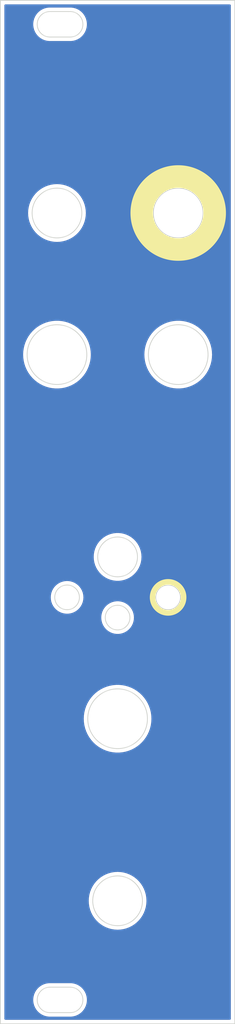
<source format=kicad_pcb>
(kicad_pcb (version 20221018) (generator pcbnew)
  (layers (0 "F.Cu" signal) (31 "B.Cu" signal) (34 "B.Paste" user) (35 "F.Paste" user) (36 "B.SilkS" user "B.Silkscreen") (37 "F.SilkS" user "F.Silkscreen") (38 "B.Mask" user) (39 "F.Mask" user) (44 "Edge.Cuts" user))
  (net 0 "")
  (net 1 "Earth")
  (gr_circle (center 21.59 74.93) (end 23.515 74.93) (stroke (width 0.75)) (fill none) (layer "F.SilkS"))
  (gr_circle (center 22.86 26.67) (end 27.4225 26.67) (stroke (width 2.875)) (fill none) (layer "F.SilkS"))
  (gr_circle (center 22.86 26.67) (end 25.985 26.67) (stroke (width 0.1)) (fill none) (layer "Edge.Cuts"))
  (gr_circle (center 22.86 44.45) (end 26.61 44.45) (stroke (width 0.1)) (fill none) (layer "Edge.Cuts"))
  (gr_circle (center 15.24 69.85) (end 17.74 69.85) (stroke (width 0.1)) (fill none) (layer "Edge.Cuts"))
  (gr_circle (center 21.59 74.93) (end 23.14 74.93) (stroke (width 0.1)) (fill none) (layer "Edge.Cuts"))
  (gr_arc (start 6.738 4.574) (mid 5.138 2.974) (end 6.738 1.374) (stroke (width 0.1)) (layer "Edge.Cuts"))
  (gr_rect (start 0.508 -0.026) (end 29.972 128.474) (stroke (width 0.1)) (fill none) (layer "Edge.Cuts"))
  (gr_arc (start 9.278 1.374) (mid 10.878 2.974) (end 9.278 4.574) (stroke (width 0.1)) (layer "Edge.Cuts"))
  (gr_circle (center 7.62 44.45) (end 11.37 44.45) (stroke (width 0.1)) (fill none) (layer "Edge.Cuts"))
  (gr_line (start 9.278 1.374) (end 6.738 1.374) (stroke (width 0.1)) (layer "Edge.Cuts"))
  (gr_circle (center 8.89 74.93) (end 10.44 74.93) (stroke (width 0.1)) (fill none) (layer "Edge.Cuts"))
  (gr_circle (center 15.24 113.03) (end 18.365 113.03) (stroke (width 0.1)) (fill none) (layer "Edge.Cuts"))
  (gr_circle (center 15.24 90.17) (end 18.99 90.17) (stroke (width 0.1)) (fill none) (layer "Edge.Cuts"))
  (gr_line (start 6.738 127.074) (end 9.278 127.074) (stroke (width 0.1)) (layer "Edge.Cuts"))
  (gr_circle (center 7.62 26.67) (end 10.745 26.67) (stroke (width 0.1)) (fill none) (layer "Edge.Cuts"))
  (gr_arc (start 9.278 123.874) (mid 10.878 125.474) (end 9.278 127.074) (stroke (width 0.1)) (layer "Edge.Cuts"))
  (gr_line (start 6.738 4.574) (end 9.278 4.574) (stroke (width 0.1)) (layer "Edge.Cuts"))
  (gr_line (start 9.278 123.874) (end 6.738 123.874) (stroke (width 0.1)) (layer "Edge.Cuts"))
  (gr_circle (center 15.24 77.47) (end 16.79 77.47) (stroke (width 0.1)) (fill none) (layer "Edge.Cuts"))
  (gr_arc (start 6.738 127.074) (mid 5.138 125.474) (end 6.738 123.874) (stroke (width 0.1)) (layer "Edge.Cuts"))
  (zone (net 1) (net_name "Earth") (layers "F&B.Cu") (connect_pads (clearance 0.508)) (min_thickness 0.254) (fill yes (thermal_gap 0.508) (thermal_bridge_width 0.508))
    (polygon (pts (xy 29.972 128.524) (xy 0.508 128.524) (xy 0.508 0) (xy 29.972 0)))
  )
)
</source>
